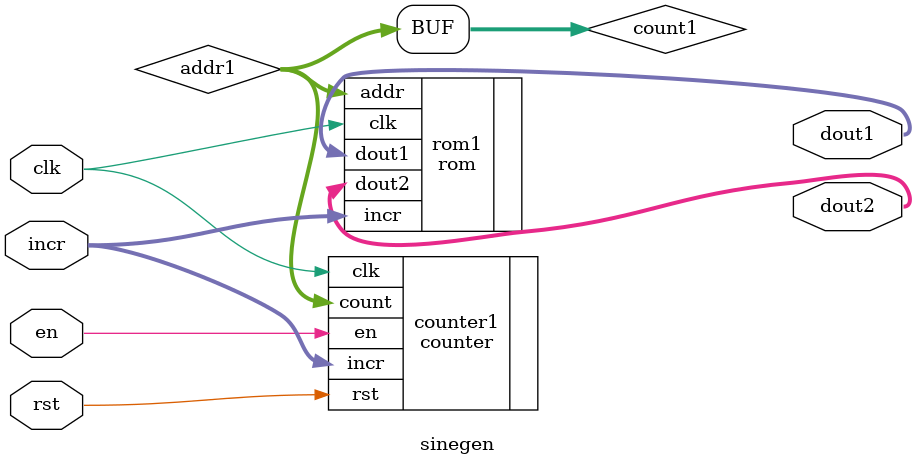
<source format=sv>
module sinegen #(
    parameter ADDRESS_WIDTH = 8,
    parameter DATA_WIDTH = 8
) (
    input  logic             clk,  //clock
    input  logic             rst,  //rest
    input  logic             en,   //counter enable
    input  logic [ADDRESS_WIDTH-1:0]  incr,
    output logic [DATA_WIDTH-1:0] dout1,
    output logic [DATA_WIDTH-1:0] dout2
);
    
    logic [ADDRESS_WIDTH-1:0] addr1; //internal signal
    logic [ADDRESS_WIDTH-1:0] count1;

    assign addr1 = count1;

    counter #(
        .WIDTH(ADDRESS_WIDTH)
    ) counter1 (
        .clk(clk),
        .rst(rst),
        .en(en),
        .incr(incr),
        .count(count1)
    );

    rom #(
        .ADDRESS_WIDTH(ADDRESS_WIDTH),
        .DATA_WIDTH(DATA_WIDTH)
    ) rom1(
        .clk(clk),
        .addr(addr1),
        .dout1(dout1),
        .dout2(dout2),
        .incr(incr)

    );

endmodule

</source>
